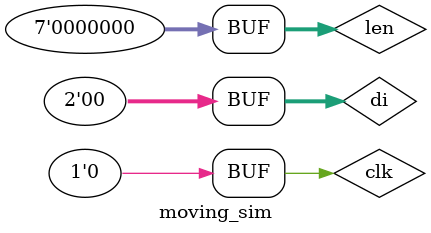
<source format=v>
`timescale 1ns / 1ps


module moving_sim;

	// Inputs
	reg clk;
	reg [1:0] di;
	reg [6:0] len;

	// Instantiate the Unit Under Test (UUT)
	moving_snake uut (
		.clk(clk), 
		.di(di), 
		.len(len)
	);

	initial begin
		// Initialize Inputs
		clk = 0;
		di = 0;
		len = 0;

		// Wait 100 ns for global reset to finish
		#100;
        
		// Add stimulus here

	end
      
endmodule


</source>
